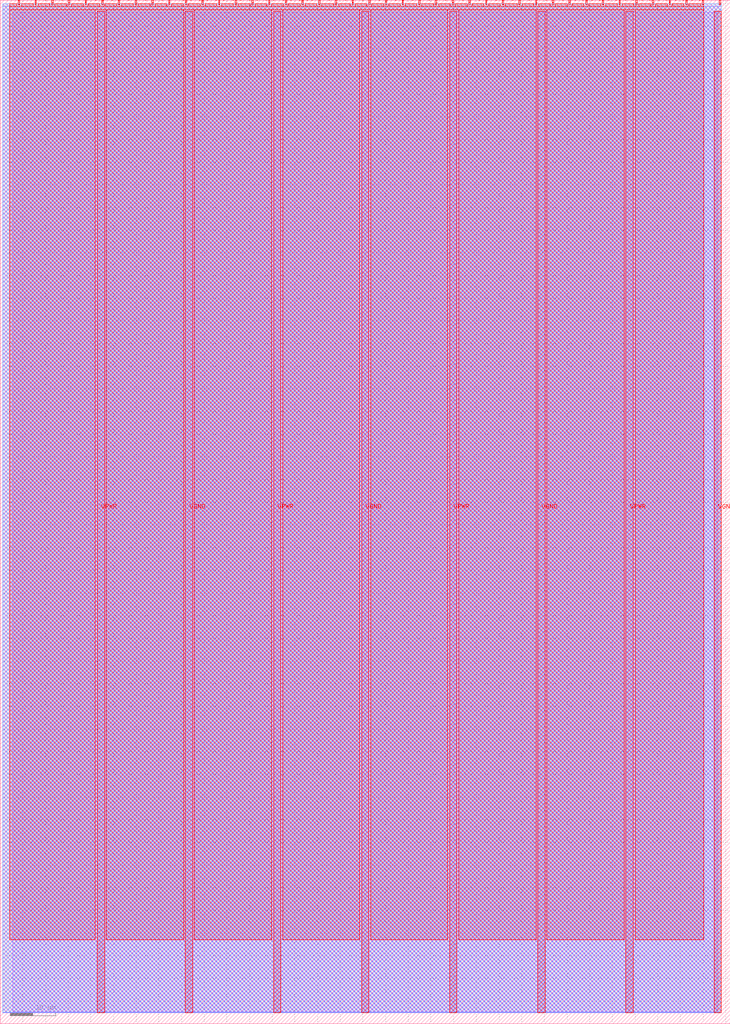
<source format=lef>
VERSION 5.7 ;
  NOWIREEXTENSIONATPIN ON ;
  DIVIDERCHAR "/" ;
  BUSBITCHARS "[]" ;
MACRO tt_um_explorer
  CLASS BLOCK ;
  FOREIGN tt_um_explorer ;
  ORIGIN 0.000 0.000 ;
  SIZE 161.000 BY 225.760 ;
  PIN VGND
    DIRECTION INOUT ;
    USE GROUND ;
    PORT
      LAYER met4 ;
        RECT 40.830 2.480 42.430 223.280 ;
    END
    PORT
      LAYER met4 ;
        RECT 79.700 2.480 81.300 223.280 ;
    END
    PORT
      LAYER met4 ;
        RECT 118.570 2.480 120.170 223.280 ;
    END
    PORT
      LAYER met4 ;
        RECT 157.440 2.480 159.040 223.280 ;
    END
  END VGND
  PIN VPWR
    DIRECTION INOUT ;
    USE POWER ;
    PORT
      LAYER met4 ;
        RECT 21.395 2.480 22.995 223.280 ;
    END
    PORT
      LAYER met4 ;
        RECT 60.265 2.480 61.865 223.280 ;
    END
    PORT
      LAYER met4 ;
        RECT 99.135 2.480 100.735 223.280 ;
    END
    PORT
      LAYER met4 ;
        RECT 138.005 2.480 139.605 223.280 ;
    END
  END VPWR
  PIN clk
    DIRECTION INPUT ;
    USE SIGNAL ;
    ANTENNAGATEAREA 0.852000 ;
    PORT
      LAYER met4 ;
        RECT 154.870 224.760 155.170 225.760 ;
    END
  END clk
  PIN ena
    DIRECTION INPUT ;
    USE SIGNAL ;
    PORT
      LAYER met4 ;
        RECT 158.550 224.760 158.850 225.760 ;
    END
  END ena
  PIN rst_n
    DIRECTION INPUT ;
    USE SIGNAL ;
    ANTENNAGATEAREA 0.159000 ;
    PORT
      LAYER met4 ;
        RECT 151.190 224.760 151.490 225.760 ;
    END
  END rst_n
  PIN ui_in[0]
    DIRECTION INPUT ;
    USE SIGNAL ;
    ANTENNAGATEAREA 0.196500 ;
    PORT
      LAYER met4 ;
        RECT 147.510 224.760 147.810 225.760 ;
    END
  END ui_in[0]
  PIN ui_in[1]
    DIRECTION INPUT ;
    USE SIGNAL ;
    ANTENNAGATEAREA 0.196500 ;
    PORT
      LAYER met4 ;
        RECT 143.830 224.760 144.130 225.760 ;
    END
  END ui_in[1]
  PIN ui_in[2]
    DIRECTION INPUT ;
    USE SIGNAL ;
    ANTENNAGATEAREA 0.196500 ;
    PORT
      LAYER met4 ;
        RECT 140.150 224.760 140.450 225.760 ;
    END
  END ui_in[2]
  PIN ui_in[3]
    DIRECTION INPUT ;
    USE SIGNAL ;
    ANTENNAGATEAREA 0.196500 ;
    PORT
      LAYER met4 ;
        RECT 136.470 224.760 136.770 225.760 ;
    END
  END ui_in[3]
  PIN ui_in[4]
    DIRECTION INPUT ;
    USE SIGNAL ;
    PORT
      LAYER met4 ;
        RECT 132.790 224.760 133.090 225.760 ;
    END
  END ui_in[4]
  PIN ui_in[5]
    DIRECTION INPUT ;
    USE SIGNAL ;
    PORT
      LAYER met4 ;
        RECT 129.110 224.760 129.410 225.760 ;
    END
  END ui_in[5]
  PIN ui_in[6]
    DIRECTION INPUT ;
    USE SIGNAL ;
    PORT
      LAYER met4 ;
        RECT 125.430 224.760 125.730 225.760 ;
    END
  END ui_in[6]
  PIN ui_in[7]
    DIRECTION INPUT ;
    USE SIGNAL ;
    PORT
      LAYER met4 ;
        RECT 121.750 224.760 122.050 225.760 ;
    END
  END ui_in[7]
  PIN uio_in[0]
    DIRECTION INPUT ;
    USE SIGNAL ;
    PORT
      LAYER met4 ;
        RECT 118.070 224.760 118.370 225.760 ;
    END
  END uio_in[0]
  PIN uio_in[1]
    DIRECTION INPUT ;
    USE SIGNAL ;
    ANTENNAGATEAREA 0.196500 ;
    PORT
      LAYER met4 ;
        RECT 114.390 224.760 114.690 225.760 ;
    END
  END uio_in[1]
  PIN uio_in[2]
    DIRECTION INPUT ;
    USE SIGNAL ;
    ANTENNAGATEAREA 0.196500 ;
    ANTENNADIFFAREA 0.434700 ;
    PORT
      LAYER met4 ;
        RECT 110.710 224.760 111.010 225.760 ;
    END
  END uio_in[2]
  PIN uio_in[3]
    DIRECTION INPUT ;
    USE SIGNAL ;
    PORT
      LAYER met4 ;
        RECT 107.030 224.760 107.330 225.760 ;
    END
  END uio_in[3]
  PIN uio_in[4]
    DIRECTION INPUT ;
    USE SIGNAL ;
    ANTENNAGATEAREA 0.196500 ;
    ANTENNADIFFAREA 0.434700 ;
    PORT
      LAYER met4 ;
        RECT 103.350 224.760 103.650 225.760 ;
    END
  END uio_in[4]
  PIN uio_in[5]
    DIRECTION INPUT ;
    USE SIGNAL ;
    ANTENNAGATEAREA 0.196500 ;
    PORT
      LAYER met4 ;
        RECT 99.670 224.760 99.970 225.760 ;
    END
  END uio_in[5]
  PIN uio_in[6]
    DIRECTION INPUT ;
    USE SIGNAL ;
    PORT
      LAYER met4 ;
        RECT 95.990 224.760 96.290 225.760 ;
    END
  END uio_in[6]
  PIN uio_in[7]
    DIRECTION INPUT ;
    USE SIGNAL ;
    PORT
      LAYER met4 ;
        RECT 92.310 224.760 92.610 225.760 ;
    END
  END uio_in[7]
  PIN uio_oe[0]
    DIRECTION OUTPUT TRISTATE ;
    USE SIGNAL ;
    ANTENNADIFFAREA 0.445500 ;
    PORT
      LAYER met4 ;
        RECT 29.750 224.760 30.050 225.760 ;
    END
  END uio_oe[0]
  PIN uio_oe[1]
    DIRECTION OUTPUT TRISTATE ;
    USE SIGNAL ;
    ANTENNADIFFAREA 0.445500 ;
    PORT
      LAYER met4 ;
        RECT 26.070 224.760 26.370 225.760 ;
    END
  END uio_oe[1]
  PIN uio_oe[2]
    DIRECTION OUTPUT TRISTATE ;
    USE SIGNAL ;
    ANTENNADIFFAREA 0.445500 ;
    PORT
      LAYER met4 ;
        RECT 22.390 224.760 22.690 225.760 ;
    END
  END uio_oe[2]
  PIN uio_oe[3]
    DIRECTION OUTPUT TRISTATE ;
    USE SIGNAL ;
    ANTENNADIFFAREA 0.445500 ;
    PORT
      LAYER met4 ;
        RECT 18.710 224.760 19.010 225.760 ;
    END
  END uio_oe[3]
  PIN uio_oe[4]
    DIRECTION OUTPUT TRISTATE ;
    USE SIGNAL ;
    ANTENNADIFFAREA 0.445500 ;
    PORT
      LAYER met4 ;
        RECT 15.030 224.760 15.330 225.760 ;
    END
  END uio_oe[4]
  PIN uio_oe[5]
    DIRECTION OUTPUT TRISTATE ;
    USE SIGNAL ;
    ANTENNAGATEAREA 0.477000 ;
    ANTENNADIFFAREA 2.111400 ;
    PORT
      LAYER met4 ;
        RECT 11.350 224.760 11.650 225.760 ;
    END
  END uio_oe[5]
  PIN uio_oe[6]
    DIRECTION OUTPUT TRISTATE ;
    USE SIGNAL ;
    ANTENNADIFFAREA 0.445500 ;
    PORT
      LAYER met4 ;
        RECT 7.670 224.760 7.970 225.760 ;
    END
  END uio_oe[6]
  PIN uio_oe[7]
    DIRECTION OUTPUT TRISTATE ;
    USE SIGNAL ;
    ANTENNADIFFAREA 0.445500 ;
    PORT
      LAYER met4 ;
        RECT 3.990 224.760 4.290 225.760 ;
    END
  END uio_oe[7]
  PIN uio_out[0]
    DIRECTION OUTPUT TRISTATE ;
    USE SIGNAL ;
    ANTENNADIFFAREA 0.445500 ;
    PORT
      LAYER met4 ;
        RECT 59.190 224.760 59.490 225.760 ;
    END
  END uio_out[0]
  PIN uio_out[1]
    DIRECTION OUTPUT TRISTATE ;
    USE SIGNAL ;
    ANTENNADIFFAREA 0.445500 ;
    PORT
      LAYER met4 ;
        RECT 55.510 224.760 55.810 225.760 ;
    END
  END uio_out[1]
  PIN uio_out[2]
    DIRECTION OUTPUT TRISTATE ;
    USE SIGNAL ;
    ANTENNADIFFAREA 0.445500 ;
    PORT
      LAYER met4 ;
        RECT 51.830 224.760 52.130 225.760 ;
    END
  END uio_out[2]
  PIN uio_out[3]
    DIRECTION OUTPUT TRISTATE ;
    USE SIGNAL ;
    ANTENNADIFFAREA 0.445500 ;
    PORT
      LAYER met4 ;
        RECT 48.150 224.760 48.450 225.760 ;
    END
  END uio_out[3]
  PIN uio_out[4]
    DIRECTION OUTPUT TRISTATE ;
    USE SIGNAL ;
    ANTENNADIFFAREA 0.445500 ;
    PORT
      LAYER met4 ;
        RECT 44.470 224.760 44.770 225.760 ;
    END
  END uio_out[4]
  PIN uio_out[5]
    DIRECTION OUTPUT TRISTATE ;
    USE SIGNAL ;
    ANTENNADIFFAREA 0.445500 ;
    PORT
      LAYER met4 ;
        RECT 40.790 224.760 41.090 225.760 ;
    END
  END uio_out[5]
  PIN uio_out[6]
    DIRECTION OUTPUT TRISTATE ;
    USE SIGNAL ;
    PORT
      LAYER met4 ;
        RECT 37.110 224.760 37.410 225.760 ;
    END
  END uio_out[6]
  PIN uio_out[7]
    DIRECTION OUTPUT TRISTATE ;
    USE SIGNAL ;
    PORT
      LAYER met4 ;
        RECT 33.430 224.760 33.730 225.760 ;
    END
  END uio_out[7]
  PIN uo_out[0]
    DIRECTION OUTPUT TRISTATE ;
    USE SIGNAL ;
    PORT
      LAYER met4 ;
        RECT 88.630 224.760 88.930 225.760 ;
    END
  END uo_out[0]
  PIN uo_out[1]
    DIRECTION OUTPUT TRISTATE ;
    USE SIGNAL ;
    ANTENNADIFFAREA 0.795200 ;
    PORT
      LAYER met4 ;
        RECT 84.950 224.760 85.250 225.760 ;
    END
  END uo_out[1]
  PIN uo_out[2]
    DIRECTION OUTPUT TRISTATE ;
    USE SIGNAL ;
    PORT
      LAYER met4 ;
        RECT 81.270 224.760 81.570 225.760 ;
    END
  END uo_out[2]
  PIN uo_out[3]
    DIRECTION OUTPUT TRISTATE ;
    USE SIGNAL ;
    ANTENNADIFFAREA 0.795200 ;
    PORT
      LAYER met4 ;
        RECT 77.590 224.760 77.890 225.760 ;
    END
  END uo_out[3]
  PIN uo_out[4]
    DIRECTION OUTPUT TRISTATE ;
    USE SIGNAL ;
    ANTENNADIFFAREA 0.795200 ;
    PORT
      LAYER met4 ;
        RECT 73.910 224.760 74.210 225.760 ;
    END
  END uo_out[4]
  PIN uo_out[5]
    DIRECTION OUTPUT TRISTATE ;
    USE SIGNAL ;
    ANTENNADIFFAREA 0.445500 ;
    PORT
      LAYER met4 ;
        RECT 70.230 224.760 70.530 225.760 ;
    END
  END uo_out[5]
  PIN uo_out[6]
    DIRECTION OUTPUT TRISTATE ;
    USE SIGNAL ;
    PORT
      LAYER met4 ;
        RECT 66.550 224.760 66.850 225.760 ;
    END
  END uo_out[6]
  PIN uo_out[7]
    DIRECTION OUTPUT TRISTATE ;
    USE SIGNAL ;
    PORT
      LAYER met4 ;
        RECT 62.870 224.760 63.170 225.760 ;
    END
  END uo_out[7]
  OBS
      LAYER li1 ;
        RECT 2.760 2.635 158.240 223.125 ;
      LAYER met1 ;
        RECT 0.530 2.480 159.040 224.360 ;
      LAYER met2 ;
        RECT 0.550 2.535 159.010 224.925 ;
      LAYER met3 ;
        RECT 0.525 2.555 159.030 224.905 ;
      LAYER met4 ;
        RECT 2.135 224.360 3.590 224.905 ;
        RECT 4.690 224.360 7.270 224.905 ;
        RECT 8.370 224.360 10.950 224.905 ;
        RECT 12.050 224.360 14.630 224.905 ;
        RECT 15.730 224.360 18.310 224.905 ;
        RECT 19.410 224.360 21.990 224.905 ;
        RECT 23.090 224.360 25.670 224.905 ;
        RECT 26.770 224.360 29.350 224.905 ;
        RECT 30.450 224.360 33.030 224.905 ;
        RECT 34.130 224.360 36.710 224.905 ;
        RECT 37.810 224.360 40.390 224.905 ;
        RECT 41.490 224.360 44.070 224.905 ;
        RECT 45.170 224.360 47.750 224.905 ;
        RECT 48.850 224.360 51.430 224.905 ;
        RECT 52.530 224.360 55.110 224.905 ;
        RECT 56.210 224.360 58.790 224.905 ;
        RECT 59.890 224.360 62.470 224.905 ;
        RECT 63.570 224.360 66.150 224.905 ;
        RECT 67.250 224.360 69.830 224.905 ;
        RECT 70.930 224.360 73.510 224.905 ;
        RECT 74.610 224.360 77.190 224.905 ;
        RECT 78.290 224.360 80.870 224.905 ;
        RECT 81.970 224.360 84.550 224.905 ;
        RECT 85.650 224.360 88.230 224.905 ;
        RECT 89.330 224.360 91.910 224.905 ;
        RECT 93.010 224.360 95.590 224.905 ;
        RECT 96.690 224.360 99.270 224.905 ;
        RECT 100.370 224.360 102.950 224.905 ;
        RECT 104.050 224.360 106.630 224.905 ;
        RECT 107.730 224.360 110.310 224.905 ;
        RECT 111.410 224.360 113.990 224.905 ;
        RECT 115.090 224.360 117.670 224.905 ;
        RECT 118.770 224.360 121.350 224.905 ;
        RECT 122.450 224.360 125.030 224.905 ;
        RECT 126.130 224.360 128.710 224.905 ;
        RECT 129.810 224.360 132.390 224.905 ;
        RECT 133.490 224.360 136.070 224.905 ;
        RECT 137.170 224.360 139.750 224.905 ;
        RECT 140.850 224.360 143.430 224.905 ;
        RECT 144.530 224.360 147.110 224.905 ;
        RECT 148.210 224.360 150.790 224.905 ;
        RECT 151.890 224.360 154.470 224.905 ;
        RECT 2.135 223.680 155.185 224.360 ;
        RECT 2.135 18.535 20.995 223.680 ;
        RECT 23.395 18.535 40.430 223.680 ;
        RECT 42.830 18.535 59.865 223.680 ;
        RECT 62.265 18.535 79.300 223.680 ;
        RECT 81.700 18.535 98.735 223.680 ;
        RECT 101.135 18.535 118.170 223.680 ;
        RECT 120.570 18.535 137.605 223.680 ;
        RECT 140.005 18.535 155.185 223.680 ;
  END
END tt_um_explorer
END LIBRARY


</source>
